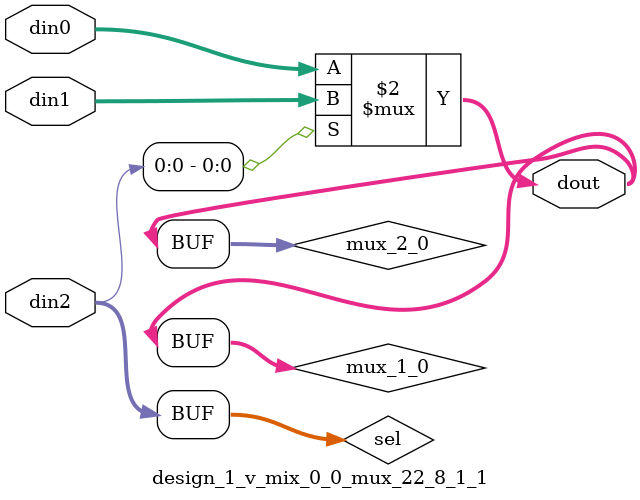
<source format=v>

`timescale 1ns/1ps

module design_1_v_mix_0_0_mux_22_8_1_1 #(
parameter
    ID                = 0,
    NUM_STAGE         = 1,
    din0_WIDTH       = 32,
    din1_WIDTH       = 32,
    din2_WIDTH         = 32,
    dout_WIDTH            = 32
)(
    input  [7 : 0]     din0,
    input  [7 : 0]     din1,
    input  [1 : 0]    din2,
    output [7 : 0]   dout);

// puts internal signals
wire [1 : 0]     sel;
// level 1 signals
wire [7 : 0]         mux_1_0;
// level 2 signals
wire [7 : 0]         mux_2_0;

assign sel = din2;

// Generate level 1 logic
assign mux_1_0 = (sel[0] == 0)? din0 : din1;

// Generate level 2 logic
assign mux_2_0 = mux_1_0;

// output logic
assign dout = mux_2_0;

endmodule

</source>
